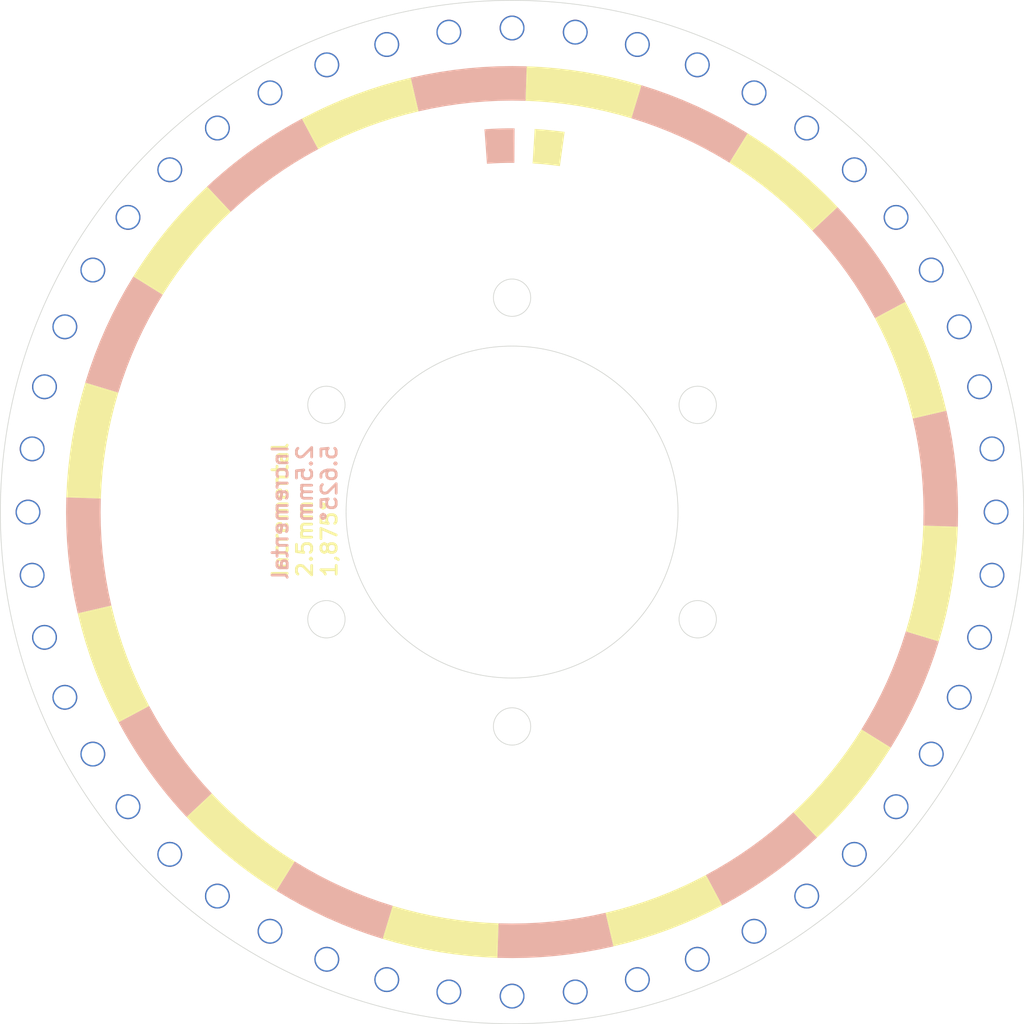
<source format=kicad_pcb>
(kicad_pcb (version 20240108) (generator "pcbnew") (generator_version "8.0")
  (title_block (title "Encoder Wheel 48") (date "${DATE}") (rev "3.0.0.b") (company "OpenFlap") (comment 1 "${GIT_TAG}") (comment 2 "Repo: github.com/ToonVanEyck/OpenFlap") (comment 3 "Designer: Toon Van Eyck"))
  (layers (0 "F.Cu" signal) (31 "B.Cu" signal) (34 "B.Paste" user) (35 "F.Paste" user) (36 "B.SilkS" user "B.Silkscreen") (37 "F.SilkS" user "F.Silkscreen") (38 "B.Mask" user) (39 "F.Mask" user) (44 "Edge.Cuts" user))
  (net 0 "")
  (footprint "EncoderPattern:OpenFlapEncoderPattern48_Inc_2.5mm" (layer "F.Cu") (at 101.045633 99.90235 -1.875)
    (property "Reference" "REF**" (hide yes))
    (property "Value" "OpenFlapEncoderPattern48_Inc_2.5mm" (hide yes))
    (fp_poly (pts (xy 1.271271 -27.72051) (xy 1.815093 -27.690195) (xy 2.358214 -27.649203) (xy 2.900607 -27.597552) (xy 2.638889 -25.111224) (xy 2.145276 -25.158396) (xy 1.650903 -25.196081) (xy 1.155894 -25.224054) (xy 0.660373 -25.242083) (xy 0.72678 -27.74013)) (stroke (width -0.000001)) (fill solid) (layer "F.SilkS"))
    (fp_poly (pts (xy -28.468503 8.636352) (xy -28.170563 9.563398) (xy -27.842607 10.479732) (xy -27.484951 11.384619) (xy -27.097883 12.27733) (xy -26.681741 13.157137) (xy -26.236827 14.023303) (xy -25.763455 14.875104) (xy -27.92947 16.125104) (xy -28.442548 15.201704) (xy -28.924648 14.262691) (xy -29.37548 13.308869) (xy -29.794743 12.341046) (xy -30.182142 11.360022) (xy -30.537377 10.366606) (xy -30.860154 9.361599) (xy -31.150174 8.345808) (xy -28.736112 7.699324)) (stroke (width -0.000001)) (fill solid) (layer "F.SilkS"))
    (fp_poly (pts (xy -28.736111 -7.699115) (xy -28.972878 -6.753885) (xy -29.1784 -5.802243) (xy -29.352574 -4.84494) (xy -29.495304 -3.88273) (xy -29.60649 -2.916367) (xy -29.686031 -1.946606) (xy -29.733828 -0.974196) (xy -29.749783 0.000104) (xy -32.249784 0.000104) (xy -32.232455 -1.056132) (xy -32.180555 -2.110419) (xy -32.094209 -3.161906) (xy -31.973541 -4.209741) (xy -31.81868 -5.253074) (xy -31.629745 -6.291054) (xy -31.406869 -7.32283) (xy -31.150174 -8.347551)) (stroke (width -0.000001)) (fill solid) (layer "F.SilkS"))
    (fp_poly (pts (xy -6.753789 28.973187) (xy -5.802148 29.178703) (xy -4.844837 29.352878) (xy -3.882614 29.49561) (xy -2.916238 29.606799) (xy -1.946469 29.686346) (xy -0.974064 29.734149) (xy 0.000217 29.750103) (xy 0.000217 32.250104) (xy -1.055998 32.232773) (xy -2.11028 32.18087) (xy -3.161774 32.094519) (xy -4.209624 31.973847) (xy -5.252973 31.818982) (xy -6.290962 31.63005) (xy -7.322736 31.40718) (xy -8.347439 31.150495) (xy -7.699001 28.736431)) (stroke (width -0.000001)) (fill solid) (layer "F.SilkS"))
    (fp_poly (pts (xy -7.699002 -28.736224) (xy -8.635999 -28.468613) (xy -9.563038 -28.17067) (xy -10.479382 -27.842706) (xy -11.384289 -27.485033) (xy -12.277024 -27.097971) (xy -13.156842 -26.681829) (xy -14.023008 -26.236923) (xy -14.874783 -25.763569) (xy -16.124783 -27.929584) (xy -15.201494 -28.44264) (xy -14.262703 -28.924734) (xy -13.309182 -29.375564) (xy -12.341687 -29.794833) (xy -11.361009 -30.182237) (xy -10.367891 -30.537481) (xy -9.363113 -30.860265) (xy -8.347439 -31.150288)) (stroke (width -0.000001)) (fill solid) (layer "F.SilkS"))
    (fp_poly (pts (xy 1.056315 -32.232563) (xy 2.11037 -32.180651) (xy 3.161564 -32.094292) (xy 4.209076 -31.973614) (xy 5.252088 -31.818743) (xy 6.289779 -31.629812) (xy 7.32133 -31.40695) (xy 8.345921 -31.150287) (xy 7.699435 -28.736224) (xy 6.754251 -28.972961) (xy 5.802612 -29.17847) (xy 4.845288 -29.352641) (xy 3.883044 -29.49538) (xy 2.916648 -29.606575) (xy 1.946866 -29.68613) (xy 0.974468 -29.733938) (xy 0.000218 -29.749896) (xy 0.000217 -32.249896)) (stroke (width -0.000001)) (fill solid) (layer "F.SilkS"))
    (fp_poly (pts (xy 16.125218 27.929793) (xy 15.201817 28.442866) (xy 14.262802 28.924968) (xy 13.308981 29.375799) (xy 12.341157 29.795063) (xy 11.360135 30.182462) (xy 10.366718 30.537698) (xy 9.361712 30.860475) (xy 8.34592 31.150496) (xy 7.699436 28.736432) (xy 8.636465 28.468826) (xy 9.563512 28.170889) (xy 10.479844 27.842931) (xy 11.384731 27.485266) (xy 12.277443 27.098206) (xy 13.157249 26.682063) (xy 14.023417 26.237149) (xy 14.875218 25.763777)) (stroke (width -0.000001)) (fill solid) (layer "F.SilkS"))
    (fp_poly (pts (xy 28.442973 -15.201594) (xy 28.92507 -14.262802) (xy 29.3759 -13.309287) (xy 29.795164 -12.341809) (xy 30.182565 -11.361135) (xy 30.537805 -10.368024) (xy 30.860584 -9.363242) (xy 31.150607 -8.347552) (xy 28.736545 -7.699116) (xy 28.468935 -8.636128) (xy 28.170994 -9.56317) (xy 27.843035 -10.479509) (xy 27.485367 -11.384406) (xy 27.098307 -12.277129) (xy 26.682165 -13.156942) (xy 26.237254 -14.02311) (xy 25.763889 -14.874895) (xy 27.929905 -16.124895)) (stroke (width -0.000001)) (fill solid) (layer "F.SilkS"))
    (fp_poly (pts (xy 32.232884 1.056201) (xy 32.180974 2.110256) (xy 32.094613 3.16145) (xy 31.973932 4.208963) (xy 31.819061 5.251974) (xy 31.630131 6.289667) (xy 31.407269 7.321217) (xy 31.150609 8.345807) (xy 28.736545 7.699323) (xy 28.973283 6.754138) (xy 29.178791 5.802499) (xy 29.352965 4.845175) (xy 29.4957 3.882932) (xy 29.606896 2.916535) (xy 29.686449 1.946754) (xy 29.734258 0.974355) (xy 29.750217 0.000104) (xy 32.250217 0.000104)) (stroke (width -0.000001)) (fill solid) (layer "F.SilkS"))
    (fp_poly (pts (xy -20.336642 21.714811) (xy -19.615115 22.368508) (xy -18.872949 22.997859) (xy -18.110777 23.602414) (xy -17.329239 24.18173) (xy -16.528969 24.735361) (xy -15.710605 25.262858) (xy -14.874782 25.763776) (xy -16.124782 27.929792) (xy -16.580132 27.661904) (xy -17.030831 27.386726) (xy -17.476794 27.104325) (xy -17.917937 26.81476) (xy -18.354173 26.5181) (xy -18.785418 26.214407) (xy -19.211583 25.903746) (xy -19.632586 25.58618) (xy -20.048339 25.261774) (xy -20.45876 24.930591) (xy -20.863761 24.592697) (xy -21.263255 24.248155) (xy -21.657159 23.897028) (xy -22.045386 23.539384) (xy -22.427853 23.175282) (xy -22.804471 22.804791) (xy -21.036892 21.037213)) (stroke (width -0.000001)) (fill solid) (layer "F.SilkS"))
    (fp_poly (pts (xy -21.036892 -21.037006) (xy -21.71449 -20.336754) (xy -22.368187 -19.615228) (xy -22.997538 -18.873061) (xy -23.602095 -18.11089) (xy -24.181409 -17.329351) (xy -24.73504 -16.529083) (xy -25.262537 -15.710718) (xy -25.763455 -14.874896) (xy -27.929471 -16.124896) (xy -27.661583 -16.580245) (xy -27.386406 -17.030942) (xy -27.104004 -17.476907) (xy -26.81444 -17.91805) (xy -26.51778 -18.354285) (xy -26.214087 -18.785529) (xy -25.903426 -19.211695) (xy -25.585859 -19.632699) (xy -25.261453 -20.048453) (xy -24.930271 -20.458873) (xy -24.592376 -20.863873) (xy -24.247834 -21.263368) (xy -23.896709 -21.657272) (xy -23.539063 -22.045499) (xy -23.174963 -22.427965) (xy -22.804471 -22.804583)) (stroke (width -0.000001)) (fill solid) (layer "F.SilkS"))
    (fp_poly (pts (xy 16.58057 -27.661692) (xy 17.031273 -27.386514) (xy 17.477239 -27.10411) (xy 17.918382 -26.814548) (xy 18.354616 -26.51789) (xy 18.78586 -26.2142) (xy 19.212024 -25.90354) (xy 19.633023 -25.585978) (xy 20.048776 -25.261575) (xy 20.459193 -24.930395) (xy 20.864192 -24.592502) (xy 21.263686 -24.247959) (xy 21.657588 -23.896834) (xy 22.045815 -23.539186) (xy 22.428283 -23.175081) (xy 22.804905 -22.804583) (xy 21.037326 -21.037005) (xy 20.337072 -21.714614) (xy 19.615546 -22.368314) (xy 18.873384 -22.997661) (xy 18.111215 -23.602212) (xy 17.329682 -24.181523) (xy 16.529415 -24.735149) (xy 15.711046 -25.262645) (xy 14.875217 -25.763569) (xy 16.125217 -27.929583)) (stroke (width -0.000001)) (fill solid) (layer "F.SilkS"))
    (fp_poly (pts (xy 27.929906 16.125104) (xy 27.662018 16.580454) (xy 27.38684 17.031151) (xy 27.104438 17.477116) (xy 26.814875 17.918257) (xy 26.518214 18.354493) (xy 26.214522 18.785737) (xy 25.903859 19.211904) (xy 25.586294 19.632907) (xy 25.261886 20.048662) (xy 24.930704 20.459082) (xy 24.59281 20.864082) (xy 24.248268 21.263577) (xy 23.897141 21.657481) (xy 23.539496 22.045708) (xy 23.175396 22.428174) (xy 22.804905 22.804792) (xy 21.037325 21.037213) (xy 21.714923 20.336964) (xy 22.368621 19.615437) (xy 22.997971 18.873269) (xy 23.602528 18.111099) (xy 24.181844 17.329561) (xy 24.735475 16.529291) (xy 25.262971 15.710926) (xy 25.763888 14.875105)) (stroke (width -0.000001)) (fill solid) (layer "F.SilkS"))
  )
  (footprint "EncoderPattern:OpenFlapEncoderPattern48_Inc_2.5mm" (layer "B.Cu") (at 101.045633 99.90235 178.125)
    (property "Reference" "REF**" (hide yes))
    (property "Value" "OpenFlapEncoderPattern48_Inc_2.5mm" (hide yes))
    (fp_poly (pts (xy 1.271273 27.720509) (xy 1.815093 27.690197) (xy 2.358213 27.649205) (xy 2.900608 27.597552) (xy 2.638888 25.111225) (xy 2.145277 25.158397) (xy 1.650905 25.196082) (xy 1.155895 25.224053) (xy 0.660374 25.242083) (xy 0.726781 27.740131)) (stroke (width -0.000001)) (fill solid) (layer "B.SilkS"))
    (fp_poly (pts (xy 32.232884 -1.0562) (xy 32.180972 -2.110256) (xy 32.094612 -3.16145) (xy 31.973932 -4.208963) (xy 31.819062 -5.251974) (xy 31.63013 -6.289666) (xy 31.40727 -7.321217) (xy 31.150607 -8.345807) (xy 28.736545 -7.699323) (xy 28.973284 -6.754138) (xy 29.178791 -5.802499) (xy 29.352965 -4.845174) (xy 29.4957 -3.88293) (xy 29.606897 -2.916535) (xy 29.686451 -1.946754) (xy 29.734258 -0.974354) (xy 29.750217 -0.000103) (xy 32.250217 -0.000104)) (stroke (width -0.000001)) (fill solid) (layer "B.SilkS"))
    (fp_poly (pts (xy 28.442974 15.201595) (xy 28.92507 14.262804) (xy 29.375901 13.309288) (xy 29.795164 12.34181) (xy 30.182566 11.361134) (xy 30.537805 10.368023) (xy 30.860585 9.363241) (xy 31.150608 8.347551) (xy 28.736545 7.699116) (xy 28.468936 8.636128) (xy 28.170993 9.563172) (xy 27.843033 10.479509) (xy 27.485367 11.384407) (xy 27.098308 12.277131) (xy 26.682165 13.156942) (xy 26.237255 14.023109) (xy 25.763889 14.874897) (xy 27.929905 16.124897)) (stroke (width -0.000001)) (fill solid) (layer "B.SilkS"))
    (fp_poly (pts (xy 16.125217 -27.929791) (xy 15.201816 -28.442866) (xy 14.262802 -28.924969) (xy 13.308982 -29.375799) (xy 12.341157 -29.795062) (xy 11.360136 -30.182463) (xy 10.366717 -30.537699) (xy 9.361711 -30.860475) (xy 8.345921 -31.150495) (xy 7.699437 -28.736432) (xy 8.636465 -28.468826) (xy 9.563511 -28.170887) (xy 10.479844 -27.842931) (xy 11.384731 -27.485265) (xy 12.277445 -27.098205) (xy 13.157249 -26.682062) (xy 14.023417 -26.237149) (xy 14.875218 -25.763777)) (stroke (width -0.000001)) (fill solid) (layer "B.SilkS"))
    (fp_poly (pts (xy 1.056313 32.232564) (xy 2.110369 32.180652) (xy 3.161564 32.094292) (xy 4.209077 31.973614) (xy 5.252088 31.818744) (xy 6.289779 31.629811) (xy 7.321336 31.406949) (xy 8.34592 31.150286) (xy 7.699436 28.736224) (xy 6.75425 28.972963) (xy 5.802612 29.17847) (xy 4.845287 29.352642) (xy 3.883045 29.495379) (xy 2.916649 29.606575) (xy 1.946867 29.686129) (xy 0.974468 29.733937) (xy 0.000216 29.749896) (xy 0.000217 32.249896)) (stroke (width -0.000001)) (fill solid) (layer "B.SilkS"))
    (fp_poly (pts (xy -6.753788 -28.973188) (xy -5.802148 -29.178703) (xy -4.844837 -29.352878) (xy -3.882614 -29.495611) (xy -2.916239 -29.6068) (xy -1.946469 -29.686345) (xy -0.974065 -29.734148) (xy 0.000216 -29.750105) (xy 0.000216 -32.250104) (xy -1.055998 -32.232775) (xy -2.110279 -32.180871) (xy -3.161775 -32.094518) (xy -4.209624 -31.973847) (xy -5.252972 -31.818982) (xy -6.290961 -31.63005) (xy -7.322736 -31.407179) (xy -8.347439 -31.150496) (xy -7.699002 -28.736432)) (stroke (width -0.000001)) (fill solid) (layer "B.SilkS"))
    (fp_poly (pts (xy -7.699002 28.736224) (xy -8.635999 28.468613) (xy -9.563038 28.17067) (xy -10.479383 27.842705) (xy -11.384289 27.485032) (xy -12.277023 27.09797) (xy -13.156841 26.68183) (xy -14.023009 26.236923) (xy -14.874782 25.763568) (xy -16.124783 27.929584) (xy -15.201494 28.44264) (xy -14.262705 28.924734) (xy -13.309182 29.375564) (xy -12.341693 29.794832) (xy -11.361008 30.182237) (xy -10.367892 30.53748) (xy -9.363115 30.860257) (xy -8.347439 31.150288)) (stroke (width -0.000001)) (fill solid) (layer "B.SilkS"))
    (fp_poly (pts (xy -28.468503 -8.636352) (xy -28.170563 -9.563397) (xy -27.842608 -10.479732) (xy -27.484943 -11.384617) (xy -27.097885 -12.277339) (xy -26.681741 -13.157136) (xy -26.236829 -14.023304) (xy -25.763455 -14.875104) (xy -27.929471 -16.125105) (xy -28.442547 -15.201705) (xy -28.924649 -14.26269) (xy -29.37548 -13.30887) (xy -29.794743 -12.341046) (xy -30.182142 -11.360023) (xy -30.537378 -10.366605) (xy -30.860154 -9.361599) (xy -31.150173 -8.345807) (xy -28.73611 -7.699323)) (stroke (width -0.000001)) (fill solid) (layer "B.SilkS"))
    (fp_poly (pts (xy -28.736112 7.699115) (xy -28.972879 6.753885) (xy -29.1784 5.802243) (xy -29.352574 4.844939) (xy -29.495305 3.88273) (xy -29.60649 2.916369) (xy -29.686031 1.946606) (xy -29.733828 0.974197) (xy -29.749784 -0.000104) (xy -32.249783 -0.000104) (xy -32.232456 1.056132) (xy -32.180555 2.110418) (xy -32.094208 3.161906) (xy -31.97354 4.209741) (xy -31.818678 5.253075) (xy -31.629746 6.291053) (xy -31.406868 7.322831) (xy -31.150174 8.347553)) (stroke (width -0.000001)) (fill solid) (layer "B.SilkS"))
    (fp_poly (pts (xy 27.929904 -16.125104) (xy 27.662017 -16.580454) (xy 27.38684 -17.031151) (xy 27.104438 -17.477115) (xy 26.814874 -17.918257) (xy 26.518214 -18.354493) (xy 26.214522 -18.785736) (xy 25.903859 -19.211904) (xy 25.586293 -19.632907) (xy 25.261887 -20.048661) (xy 24.930704 -20.459081) (xy 24.592809 -20.864083) (xy 24.248267 -21.263577) (xy 23.897141 -21.657481) (xy 23.539496 -22.045708) (xy 23.175395 -22.428174) (xy 22.804905 -22.804792) (xy 21.037326 -21.037214) (xy 21.714925 -20.336964) (xy 22.368621 -19.615437) (xy 22.997969 -18.87327) (xy 23.602528 -18.1111) (xy 24.181845 -17.32956) (xy 24.735473 -16.529291) (xy 25.262971 -15.710925) (xy 25.76389 -14.875103)) (stroke (width -0.000001)) (fill solid) (layer "B.SilkS"))
    (fp_poly (pts (xy 16.580571 27.661692) (xy 17.031272 27.386513) (xy 17.477238 27.10411) (xy 17.918382 26.814548) (xy 18.354616 26.517891) (xy 18.785858 26.214198) (xy 19.212023 25.903541) (xy 19.633024 25.585979) (xy 20.048776 25.261575) (xy 20.459193 24.930394) (xy 20.864192 24.592502) (xy 21.263685 24.24796) (xy 21.657588 23.896833) (xy 22.045816 23.539185) (xy 22.428283 23.175081) (xy 22.804904 22.804583) (xy 21.037326 21.037004) (xy 20.337072 21.714614) (xy 19.615546 22.368313) (xy 18.873383 22.99766) (xy 18.111217 23.602213) (xy 17.329683 24.181523) (xy 16.529413 24.735149) (xy 15.711047 25.262645) (xy 14.875217 25.763567) (xy 16.125217 27.929585)) (stroke (width -0.000001)) (fill solid) (layer "B.SilkS"))
    (fp_poly (pts (xy -20.336641 -21.714811) (xy -19.615115 -22.368508) (xy -18.872948 -22.997858) (xy -18.110777 -23.602414) (xy -17.329239 -24.18173) (xy -16.528969 -24.735361) (xy -15.710605 -25.262858) (xy -14.874782 -25.763777) (xy -16.124784 -27.929792) (xy -16.580132 -27.661904) (xy -17.03083 -27.386727) (xy -17.476794 -27.104324) (xy -17.917937 -26.81476) (xy -18.354173 -26.5181) (xy -18.785417 -26.214408) (xy -19.211583 -25.903746) (xy -19.632586 -25.586181) (xy -20.04834 -25.261774) (xy -20.45876 -24.930592) (xy -20.863761 -24.592696) (xy -21.263256 -24.248155) (xy -21.657158 -23.897029) (xy -22.045387 -23.539384) (xy -22.427853 -23.175284) (xy -22.804472 -22.804793) (xy -21.036892 -21.037213)) (stroke (width -0.000001)) (fill solid) (layer "B.SilkS"))
    (fp_poly (pts (xy -21.036892 21.037005) (xy -21.71449 20.336755) (xy -22.368187 19.615228) (xy -22.997539 18.87306) (xy -23.602094 18.110889) (xy -24.181411 17.329352) (xy -24.73504 16.529082) (xy -25.262537 15.710718) (xy -25.763455 14.874895) (xy -27.929472 16.124897) (xy -27.661582 16.580245) (xy -27.386407 17.030945) (xy -27.104004 17.476908) (xy -26.81444 17.918049) (xy -26.51778 18.354285) (xy -26.214087 18.785529) (xy -25.903427 19.211696) (xy -25.58586 19.632698) (xy -25.261453 20.048454) (xy -24.930271 20.458873) (xy -24.592376 20.863874) (xy -24.247834 21.263368) (xy -23.896708 21.657272) (xy -23.539064 22.045501) (xy -23.174963 22.427966) (xy -22.804472 22.804583)) (stroke (width -0.000001)) (fill solid) (layer "B.SilkS"))
  )
  (gr_circle (center 87.622239 107.65235) (end 88.972239 107.65235) (stroke (width 0.05)) (fill none) (layer "Edge.Cuts"))
  (gr_circle (center 114.469027 107.65235) (end 115.819027 107.65235) (stroke (width 0.05)) (fill none) (layer "Edge.Cuts"))
  (gr_circle (center 101.045633 115.40235) (end 102.395633 115.40235) (stroke (width 0.05)) (fill none) (layer "Edge.Cuts"))
  (gr_circle (center 87.622239 92.15235) (end 88.972239 92.15235) (stroke (width 0.05)) (fill none) (layer "Edge.Cuts"))
  (gr_circle (center 101.045633 84.40235) (end 102.395633 84.40235) (stroke (width 0.05)) (fill none) (layer "Edge.Cuts"))
  (gr_circle (center 101.045633 99.90235) (end 138.045633 99.90235) (stroke (width 0.05)) (fill none) (layer "Edge.Cuts"))
  (gr_circle (center 114.469027 92.15235) (end 115.819027 92.15235) (stroke (width 0.05)) (fill none) (layer "Edge.Cuts"))
  (gr_circle (center 101.045633 99.90235) (end 113.045633 99.90235) (stroke (width 0.05)) (fill none) (layer "Edge.Cuts"))
  (gr_text "Incremental\n2.5mm \n5.625°" (at 88.472633 94.94935 90) (layer "B.SilkS") (effects (font (size 1.1 1.1) (thickness 0.2) (bold yes)) (justify left bottom mirror)))
  (gr_text "Incremental\n2.5mm \n1,875°" (at 88.472633 104.72835 90) (layer "F.SilkS") (effects (font (size 1.1 1.1) (thickness 0.2) (bold yes)) (justify left bottom)))
  (via (at 128.813 78.5957) (size 1.8) (drill 1.6) (layers "F.Cu" "B.Cu") (net 0))
  (via (at 96.477216 134.60292) (size 1.8) (drill 1.6) (layers "F.Cu" "B.Cu") (net 0))
  (via (at 96.477216 65.20178) (size 1.8) (drill 1.6) (layers "F.Cu" "B.Cu") (net 0))
  (via (at 114.439553 67.566566) (size 1.8) (drill 1.6) (layers "F.Cu" "B.Cu") (net 0))
  (via (at 87.651713 132.238134) (size 1.8) (drill 1.6) (layers "F.Cu" "B.Cu") (net 0))
  (via (at 134.853037 90.843683) (size 1.8) (drill 1.6) (layers "F.Cu" "B.Cu") (net 0))
  (via (at 101.045633 134.90235) (size 1.8) (drill 1.6) (layers "F.Cu" "B.Cu") (net 0))
  (via (at 118.545633 69.591461) (size 1.8) (drill 1.6) (layers "F.Cu" "B.Cu") (net 0))
  (via (at 125.79437 75.153613) (size 1.8) (drill 1.6) (layers "F.Cu" "B.Cu") (net 0))
  (via (at 118.545633 130.213239) (size 1.8) (drill 1.6) (layers "F.Cu" "B.Cu") (net 0))
  (via (at 68.709849 86.50843) (size 1.8) (drill 1.6) (layers "F.Cu" "B.Cu") (net 0))
  (via (at 67.238229 90.843683) (size 1.8) (drill 1.6) (layers "F.Cu" "B.Cu") (net 0))
  (via (at 87.651713 67.566566) (size 1.8) (drill 1.6) (layers "F.Cu" "B.Cu") (net 0))
  (via (at 68.709849 113.29627) (size 1.8) (drill 1.6) (layers "F.Cu" "B.Cu") (net 0))
  (via (at 76.296896 75.153613) (size 1.8) (drill 1.6) (layers "F.Cu" "B.Cu") (net 0))
  (via (at 73.278266 121.209) (size 1.8) (drill 1.6) (layers "F.Cu" "B.Cu") (net 0))
  (via (at 70.734744 117.40235) (size 1.8) (drill 1.6) (layers "F.Cu" "B.Cu") (net 0))
  (via (at 135.746203 104.470767) (size 1.8) (drill 1.6) (layers "F.Cu" "B.Cu") (net 0))
  (via (at 114.439553 132.238134) (size 1.8) (drill 1.6) (layers "F.Cu" "B.Cu") (net 0))
  (via (at 79.738983 127.669717) (size 1.8) (drill 1.6) (layers "F.Cu" "B.Cu") (net 0))
  (via (at 66.345063 104.470767) (size 1.8) (drill 1.6) (layers "F.Cu" "B.Cu") (net 0))
  (via (at 133.381417 113.29627) (size 1.8) (drill 1.6) (layers "F.Cu" "B.Cu") (net 0))
  (via (at 91.986966 133.709754) (size 1.8) (drill 1.6) (layers "F.Cu" "B.Cu") (net 0))
  (via (at 110.1043 66.094946) (size 1.8) (drill 1.6) (layers "F.Cu" "B.Cu") (net 0))
  (via (at 122.352283 72.134983) (size 1.8) (drill 1.6) (layers "F.Cu" "B.Cu") (net 0))
  (via (at 79.738983 72.134983) (size 1.8) (drill 1.6) (layers "F.Cu" "B.Cu") (net 0))
  (via (at 105.61405 65.20178) (size 1.8) (drill 1.6) (layers "F.Cu" "B.Cu") (net 0))
  (via (at 133.381417 86.50843) (size 1.8) (drill 1.6) (layers "F.Cu" "B.Cu") (net 0))
  (via (at 134.853037 108.961017) (size 1.8) (drill 1.6) (layers "F.Cu" "B.Cu") (net 0))
  (via (at 91.986966 66.094946) (size 1.8) (drill 1.6) (layers "F.Cu" "B.Cu") (net 0))
  (via (at 128.813 121.209) (size 1.8) (drill 1.6) (layers "F.Cu" "B.Cu") (net 0))
  (via (at 73.278266 78.5957) (size 1.8) (drill 1.6) (layers "F.Cu" "B.Cu") (net 0))
  (via (at 66.345063 95.333933) (size 1.8) (drill 1.6) (layers "F.Cu" "B.Cu") (net 0))
  (via (at 67.238229 108.961017) (size 1.8) (drill 1.6) (layers "F.Cu" "B.Cu") (net 0))
  (via (at 131.356522 117.40235) (size 1.8) (drill 1.6) (layers "F.Cu" "B.Cu") (net 0))
  (via (at 83.545633 69.591461) (size 1.8) (drill 1.6) (layers "F.Cu" "B.Cu") (net 0))
  (via (at 125.79437 124.651087) (size 1.8) (drill 1.6) (layers "F.Cu" "B.Cu") (net 0))
  (via (at 131.356522 82.40235) (size 1.8) (drill 1.6) (layers "F.Cu" "B.Cu") (net 0))
  (via (at 122.352283 127.669717) (size 1.8) (drill 1.6) (layers "F.Cu" "B.Cu") (net 0))
  (via (at 70.734744 82.40235) (size 1.8) (drill 1.6) (layers "F.Cu" "B.Cu") (net 0))
  (via (at 110.1043 133.709754) (size 1.8) (drill 1.6) (layers "F.Cu" "B.Cu") (net 0))
  (via (at 105.61405 134.60292) (size 1.8) (drill 1.6) (layers "F.Cu" "B.Cu") (net 0))
  (via (at 76.296896 124.651087) (size 1.8) (drill 1.6) (layers "F.Cu" "B.Cu") (net 0))
  (via (at 66.045633 99.90235) (size 1.8) (drill 1.6) (layers "F.Cu" "B.Cu") (net 0))
  (via (at 135.746203 95.333933) (size 1.8) (drill 1.6) (layers "F.Cu" "B.Cu") (net 0))
  (via (at 136.045633 99.90235) (size 1.8) (drill 1.6) (layers "F.Cu" "B.Cu") (net 0))
  (via (at 101.045633 64.90235) (size 1.8) (drill 1.6) (layers "F.Cu" "B.Cu") (net 0))
  (via (at 83.545633 130.213239) (size 1.8) (drill 1.6) (layers "F.Cu" "B.Cu") (net 0))
)
</source>
